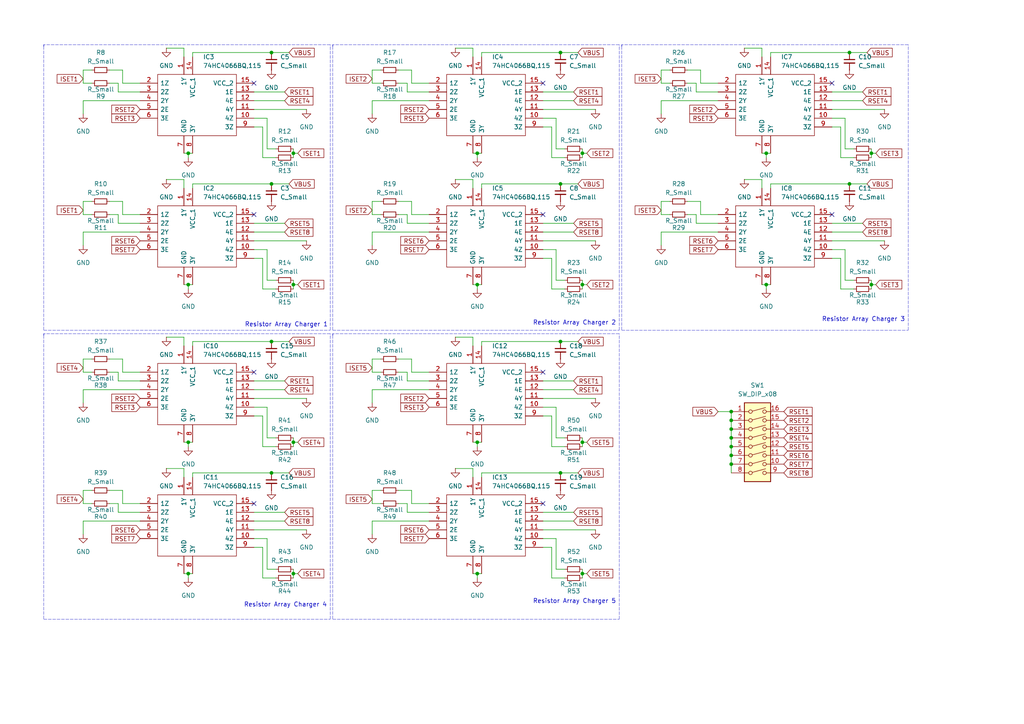
<source format=kicad_sch>
(kicad_sch (version 20231120) (generator "eeschema") (generator_version "8.0")
  (paper "A4")
  (junction (at 54.61 166.37))
  (junction (at 252.73 82.55))
  (junction (at 168.91 166.37))
  (junction (at 212.09 132.08))
  (junction (at 212.09 134.62))
  (junction (at 54.61 128.27))
  (junction (at 162.56 53.34))
  (junction (at 85.09 82.55))
  (junction (at 212.09 127))
  (junction (at 85.09 128.27))
  (junction (at 162.56 99.06))
  (junction (at 78.74 137.16))
  (junction (at 138.43 44.45))
  (junction (at 54.61 82.55))
  (junction (at 222.25 44.45))
  (junction (at 212.09 119.38))
  (junction (at 252.73 44.45))
  (junction (at 78.74 15.24))
  (junction (at 246.38 53.34))
  (junction (at 246.38 15.24))
  (junction (at 212.09 121.92))
  (junction (at 212.09 129.54))
  (junction (at 138.43 166.37))
  (junction (at 78.74 99.06))
  (junction (at 138.43 82.55))
  (junction (at 168.91 82.55))
  (junction (at 168.91 128.27))
  (junction (at 212.09 124.46))
  (junction (at 85.09 44.45))
  (junction (at 54.61 44.45))
  (junction (at 162.56 137.16))
  (junction (at 222.25 82.55))
  (junction (at 85.09 166.37))
  (junction (at 168.91 44.45))
  (junction (at 162.56 15.24))
  (junction (at 138.43 128.27))
  (junction (at 78.74 53.34))
  (no_connect (at 73.66 146.05))
  (no_connect (at 157.48 146.05))
  (no_connect (at 241.3 24.13))
  (no_connect (at 73.66 107.95))
  (no_connect (at 157.48 107.95))
  (no_connect (at 157.48 24.13))
  (no_connect (at 73.66 62.23))
  (no_connect (at 157.48 62.23))
  (no_connect (at 241.3 62.23))
  (no_connect (at 73.66 24.13))
  (wire (pts (xy 203.2 20.32) (xy 203.2 24.13)))
  (wire (pts (xy 246.38 53.34) (xy 251.46 53.34)))
  (wire (pts (xy 243.84 36.83) (xy 243.84 45.72)))
  (wire (pts (xy 73.66 158.75) (xy 76.2 158.75)))
  (wire (pts (xy 160.02 83.82) (xy 163.83 83.82)))
  (wire (pts (xy 118.11 64.77) (xy 124.46 64.77)))
  (wire (pts (xy 157.48 36.83) (xy 160.02 36.83)))
  (wire (pts (xy 107.95 142.24) (xy 107.95 146.05)))
  (wire (pts (xy 194.31 58.42) (xy 191.77 58.42)))
  (wire (pts (xy 199.39 24.13) (xy 201.93 24.13)))
  (wire (pts (xy 85.09 44.45) (xy 85.09 45.72)))
  (wire (pts (xy 191.77 29.21) (xy 191.77 33.02)))
  (polyline (pts (xy 96.52 96.774) (xy 96.52 97.282)))
  (wire (pts (xy 35.56 20.32) (xy 35.56 24.13)))
  (wire (pts (xy 124.46 113.03) (xy 107.95 113.03)))
  (wire (pts (xy 24.13 104.14) (xy 24.13 107.95)))
  (wire (pts (xy 170.18 44.45) (xy 168.91 44.45)))
  (wire (pts (xy 78.74 99.06) (xy 83.82 99.06)))
  (wire (pts (xy 223.52 15.24) (xy 223.52 16.51)))
  (wire (pts (xy 138.43 166.37) (xy 137.16 166.37)))
  (wire (pts (xy 55.88 15.24) (xy 55.88 16.51)))
  (wire (pts (xy 223.52 53.34) (xy 223.52 54.61)))
  (wire (pts (xy 208.28 67.31) (xy 191.77 67.31)))
  (wire (pts (xy 110.49 107.95) (xy 107.95 107.95)))
  (wire (pts (xy 138.43 128.27) (xy 137.16 128.27)))
  (wire (pts (xy 53.34 135.89) (xy 48.26 135.89)))
  (wire (pts (xy 168.91 166.37) (xy 168.91 167.64)))
  (wire (pts (xy 53.34 13.97) (xy 48.26 13.97)))
  (wire (pts (xy 118.11 107.95) (xy 118.11 110.49)))
  (wire (pts (xy 170.18 128.27) (xy 168.91 128.27)))
  (wire (pts (xy 160.02 36.83) (xy 160.02 45.72)))
  (wire (pts (xy 115.57 24.13) (xy 118.11 24.13)))
  (wire (pts (xy 245.11 34.29) (xy 245.11 43.18)))
  (wire (pts (xy 78.74 53.34) (xy 55.88 53.34)))
  (wire (pts (xy 220.98 54.61) (xy 220.98 52.07)))
  (wire (pts (xy 82.55 148.59) (xy 73.66 148.59)))
  (wire (pts (xy 199.39 62.23) (xy 201.93 62.23)))
  (wire (pts (xy 254 44.45) (xy 252.73 44.45)))
  (wire (pts (xy 76.2 45.72) (xy 80.01 45.72)))
  (wire (pts (xy 31.75 20.32) (xy 35.56 20.32)))
  (wire (pts (xy 24.13 20.32) (xy 24.13 24.13)))
  (wire (pts (xy 119.38 58.42) (xy 119.38 62.23)))
  (polyline (pts (xy 12.7 12.954) (xy 12.7 13.462)))
  (wire (pts (xy 161.29 81.28) (xy 163.83 81.28)))
  (wire (pts (xy 161.29 34.29) (xy 161.29 43.18)))
  (wire (pts (xy 31.75 142.24) (xy 35.56 142.24)))
  (wire (pts (xy 24.13 113.03) (xy 24.13 116.84)))
  (wire (pts (xy 82.55 151.13) (xy 73.66 151.13)))
  (wire (pts (xy 76.2 158.75) (xy 76.2 167.64)))
  (wire (pts (xy 161.29 72.39) (xy 161.29 81.28)))
  (polyline (pts (xy 179.578 179.578) (xy 179.578 96.774)) (stroke (width 0.0254) (type dash)))
  (wire (pts (xy 222.25 44.45) (xy 223.52 44.45)))
  (wire (pts (xy 76.2 167.64) (xy 80.01 167.64)))
  (wire (pts (xy 161.29 118.11) (xy 161.29 127)))
  (wire (pts (xy 73.66 115.57) (xy 88.9 115.57)))
  (wire (pts (xy 115.57 58.42) (xy 119.38 58.42)))
  (polyline (pts (xy 96.52 12.954) (xy 96.52 13.462)))
  (wire (pts (xy 82.55 110.49) (xy 73.66 110.49)))
  (wire (pts (xy 107.95 67.31) (xy 107.95 71.12)))
  (wire (pts (xy 138.43 82.55) (xy 137.16 82.55)))
  (wire (pts (xy 31.75 58.42) (xy 35.56 58.42)))
  (wire (pts (xy 26.67 142.24) (xy 24.13 142.24)))
  (wire (pts (xy 40.64 29.21) (xy 24.13 29.21)))
  (wire (pts (xy 53.34 16.51) (xy 53.34 13.97)))
  (wire (pts (xy 107.95 151.13) (xy 107.95 154.94)))
  (wire (pts (xy 110.49 146.05) (xy 107.95 146.05)))
  (wire (pts (xy 194.31 24.13) (xy 191.77 24.13)))
  (wire (pts (xy 77.47 127) (xy 80.01 127)))
  (wire (pts (xy 222.25 82.55) (xy 220.98 82.55)))
  (wire (pts (xy 137.16 13.97) (xy 132.08 13.97)))
  (wire (pts (xy 78.74 15.24) (xy 83.82 15.24)))
  (wire (pts (xy 26.67 107.95) (xy 24.13 107.95)))
  (wire (pts (xy 76.2 36.83) (xy 76.2 45.72)))
  (wire (pts (xy 115.57 104.14) (xy 119.38 104.14)))
  (wire (pts (xy 168.91 44.45) (xy 168.91 45.72)))
  (wire (pts (xy 78.74 99.06) (xy 55.88 99.06)))
  (wire (pts (xy 77.47 165.1) (xy 80.01 165.1)))
  (wire (pts (xy 166.37 110.49) (xy 157.48 110.49)))
  (wire (pts (xy 107.95 29.21) (xy 107.95 33.02)))
  (wire (pts (xy 162.56 53.34) (xy 167.64 53.34)))
  (wire (pts (xy 138.43 44.45) (xy 137.16 44.45)))
  (wire (pts (xy 118.11 24.13) (xy 118.11 26.67)))
  (wire (pts (xy 168.91 44.45) (xy 168.91 43.18)))
  (wire (pts (xy 115.57 20.32) (xy 119.38 20.32)))
  (wire (pts (xy 241.3 72.39) (xy 245.11 72.39)))
  (wire (pts (xy 35.56 62.23) (xy 40.64 62.23)))
  (polyline (pts (xy 95.758 95.758) (xy 95.758 12.954)) (stroke (width 0.0254) (type dash)))
  (wire (pts (xy 220.98 16.51) (xy 220.98 13.97)))
  (wire (pts (xy 119.38 24.13) (xy 124.46 24.13)))
  (wire (pts (xy 54.61 166.37) (xy 55.88 166.37)))
  (wire (pts (xy 34.29 62.23) (xy 34.29 64.77)))
  (wire (pts (xy 222.25 44.45) (xy 220.98 44.45)))
  (wire (pts (xy 222.25 82.55) (xy 223.52 82.55)))
  (wire (pts (xy 86.36 128.27) (xy 85.09 128.27)))
  (wire (pts (xy 110.49 62.23) (xy 107.95 62.23)))
  (wire (pts (xy 26.67 24.13) (xy 24.13 24.13)))
  (wire (pts (xy 157.48 156.21) (xy 161.29 156.21)))
  (wire (pts (xy 124.46 151.13) (xy 107.95 151.13)))
  (wire (pts (xy 73.66 120.65) (xy 76.2 120.65)))
  (wire (pts (xy 250.19 26.67) (xy 241.3 26.67)))
  (wire (pts (xy 254 82.55) (xy 252.73 82.55)))
  (polyline (pts (xy 96.52 179.578) (xy 179.578 179.578)) (stroke (width 0.0254) (type dash)))
  (wire (pts (xy 201.93 24.13) (xy 201.93 26.67)))
  (wire (pts (xy 138.43 166.37) (xy 138.43 167.64)))
  (wire (pts (xy 137.16 135.89) (xy 132.08 135.89)))
  (wire (pts (xy 86.36 82.55) (xy 85.09 82.55)))
  (wire (pts (xy 162.56 15.24) (xy 139.7 15.24)))
  (wire (pts (xy 139.7 137.16) (xy 139.7 138.43)))
  (wire (pts (xy 73.66 153.67) (xy 88.9 153.67)))
  (wire (pts (xy 54.61 166.37) (xy 54.61 167.64)))
  (wire (pts (xy 73.66 74.93) (xy 76.2 74.93)))
  (wire (pts (xy 115.57 62.23) (xy 118.11 62.23)))
  (wire (pts (xy 40.64 67.31) (xy 24.13 67.31)))
  (wire (pts (xy 86.36 166.37) (xy 85.09 166.37)))
  (wire (pts (xy 252.73 82.55) (xy 252.73 83.82)))
  (wire (pts (xy 246.38 15.24) (xy 223.52 15.24)))
  (wire (pts (xy 191.77 20.32) (xy 191.77 24.13)))
  (wire (pts (xy 162.56 137.16) (xy 167.64 137.16)))
  (wire (pts (xy 85.09 128.27) (xy 85.09 129.54)))
  (wire (pts (xy 212.09 129.54) (xy 212.09 132.08)))
  (wire (pts (xy 119.38 62.23) (xy 124.46 62.23)))
  (wire (pts (xy 24.13 67.31) (xy 24.13 71.12)))
  (wire (pts (xy 53.34 54.61) (xy 53.34 52.07)))
  (wire (pts (xy 220.98 52.07) (xy 215.9 52.07)))
  (wire (pts (xy 203.2 58.42) (xy 203.2 62.23)))
  (wire (pts (xy 157.48 69.85) (xy 172.72 69.85)))
  (wire (pts (xy 162.56 15.24) (xy 167.64 15.24)))
  (wire (pts (xy 107.95 58.42) (xy 107.95 62.23)))
  (wire (pts (xy 26.67 146.05) (xy 24.13 146.05)))
  (wire (pts (xy 241.3 74.93) (xy 243.84 74.93)))
  (wire (pts (xy 241.3 36.83) (xy 243.84 36.83)))
  (wire (pts (xy 160.02 167.64) (xy 163.83 167.64)))
  (wire (pts (xy 243.84 45.72) (xy 247.65 45.72)))
  (wire (pts (xy 86.36 44.45) (xy 85.09 44.45)))
  (polyline (pts (xy 12.7 179.578) (xy 95.758 179.578)) (stroke (width 0.0254) (type dash)))
  (wire (pts (xy 110.49 104.14) (xy 107.95 104.14)))
  (wire (pts (xy 243.84 83.82) (xy 247.65 83.82)))
  (wire (pts (xy 73.66 34.29) (xy 77.47 34.29)))
  (wire (pts (xy 162.56 99.06) (xy 167.64 99.06)))
  (wire (pts (xy 77.47 72.39) (xy 77.47 81.28)))
  (wire (pts (xy 157.48 34.29) (xy 161.29 34.29)))
  (wire (pts (xy 110.49 58.42) (xy 107.95 58.42)))
  (wire (pts (xy 24.13 142.24) (xy 24.13 146.05)))
  (wire (pts (xy 73.66 31.75) (xy 88.9 31.75)))
  (wire (pts (xy 241.3 69.85) (xy 256.54 69.85)))
  (wire (pts (xy 73.66 36.83) (xy 76.2 36.83)))
  (wire (pts (xy 82.55 29.21) (xy 73.66 29.21)))
  (wire (pts (xy 31.75 24.13) (xy 34.29 24.13)))
  (wire (pts (xy 77.47 34.29) (xy 77.47 43.18)))
  (polyline (pts (xy 179.578 12.954) (xy 96.52 12.954)) (stroke (width 0.0254) (type dash)))
  (wire (pts (xy 199.39 20.32) (xy 203.2 20.32)))
  (wire (pts (xy 252.73 82.55) (xy 252.73 81.28)))
  (wire (pts (xy 166.37 29.21) (xy 157.48 29.21)))
  (wire (pts (xy 77.47 81.28) (xy 80.01 81.28)))
  (wire (pts (xy 54.61 44.45) (xy 53.34 44.45)))
  (wire (pts (xy 161.29 127) (xy 163.83 127)))
  (wire (pts (xy 53.34 138.43) (xy 53.34 135.89)))
  (wire (pts (xy 31.75 107.95) (xy 34.29 107.95)))
  (wire (pts (xy 26.67 104.14) (xy 24.13 104.14)))
  (wire (pts (xy 85.09 128.27) (xy 85.09 127)))
  (wire (pts (xy 82.55 64.77) (xy 73.66 64.77)))
  (wire (pts (xy 212.09 124.46) (xy 212.09 127)))
  (wire (pts (xy 160.02 74.93) (xy 160.02 83.82)))
  (wire (pts (xy 208.28 119.38) (xy 212.09 119.38)))
  (wire (pts (xy 73.66 69.85) (xy 88.9 69.85)))
  (wire (pts (xy 245.11 81.28) (xy 247.65 81.28)))
  (wire (pts (xy 34.29 26.67) (xy 40.64 26.67)))
  (polyline (pts (xy 12.7 97.282) (xy 12.7 179.578)) (stroke (width 0.0254) (type dash)))
  (wire (pts (xy 107.95 20.32) (xy 107.95 24.13)))
  (wire (pts (xy 243.84 74.93) (xy 243.84 83.82)))
  (wire (pts (xy 78.74 53.34) (xy 83.82 53.34)))
  (wire (pts (xy 160.02 129.54) (xy 163.83 129.54)))
  (wire (pts (xy 191.77 58.42) (xy 191.77 62.23)))
  (wire (pts (xy 157.48 158.75) (xy 160.02 158.75)))
  (wire (pts (xy 77.47 43.18) (xy 80.01 43.18)))
  (wire (pts (xy 40.64 151.13) (xy 24.13 151.13)))
  (wire (pts (xy 137.16 16.51) (xy 137.16 13.97)))
  (wire (pts (xy 199.39 58.42) (xy 203.2 58.42)))
  (wire (pts (xy 201.93 26.67) (xy 208.28 26.67)))
  (wire (pts (xy 118.11 148.59) (xy 124.46 148.59)))
  (wire (pts (xy 78.74 137.16) (xy 83.82 137.16)))
  (wire (pts (xy 34.29 64.77) (xy 40.64 64.77)))
  (wire (pts (xy 138.43 82.55) (xy 138.43 83.82)))
  (wire (pts (xy 194.31 62.23) (xy 191.77 62.23)))
  (wire (pts (xy 35.56 24.13) (xy 40.64 24.13)))
  (wire (pts (xy 137.16 97.79) (xy 132.08 97.79)))
  (wire (pts (xy 157.48 31.75) (xy 172.72 31.75)))
  (polyline (pts (xy 180.34 13.462) (xy 180.34 95.758)) (stroke (width 0.0254) (type dash)))
  (wire (pts (xy 115.57 107.95) (xy 118.11 107.95)))
  (wire (pts (xy 137.16 138.43) (xy 137.16 135.89)))
  (wire (pts (xy 34.29 107.95) (xy 34.29 110.49)))
  (wire (pts (xy 220.98 13.97) (xy 215.9 13.97)))
  (wire (pts (xy 157.48 120.65) (xy 160.02 120.65)))
  (wire (pts (xy 34.29 148.59) (xy 40.64 148.59)))
  (wire (pts (xy 76.2 129.54) (xy 80.01 129.54)))
  (wire (pts (xy 245.11 72.39) (xy 245.11 81.28)))
  (wire (pts (xy 35.56 146.05) (xy 40.64 146.05)))
  (wire (pts (xy 26.67 58.42) (xy 24.13 58.42)))
  (wire (pts (xy 82.55 113.03) (xy 73.66 113.03)))
  (polyline (pts (xy 12.7 96.774) (xy 12.7 97.282)))
  (wire (pts (xy 85.09 166.37) (xy 85.09 165.1)))
  (wire (pts (xy 78.74 15.24) (xy 55.88 15.24)))
  (polyline (pts (xy 12.7 95.758) (xy 95.758 95.758)) (stroke (width 0.0254) (type dash)))
  (wire (pts (xy 73.66 118.11) (xy 77.47 118.11)))
  (wire (pts (xy 124.46 67.31) (xy 107.95 67.31)))
  (wire (pts (xy 138.43 128.27) (xy 138.43 129.54)))
  (wire (pts (xy 76.2 120.65) (xy 76.2 129.54)))
  (polyline (pts (xy 96.52 97.282) (xy 96.52 179.578)) (stroke (width 0.0254) (type dash)))
  (wire (pts (xy 208.28 29.21) (xy 191.77 29.21)))
  (wire (pts (xy 250.19 64.77) (xy 241.3 64.77)))
  (wire (pts (xy 24.13 58.42) (xy 24.13 62.23)))
  (wire (pts (xy 168.91 128.27) (xy 168.91 127)))
  (wire (pts (xy 54.61 82.55) (xy 54.61 83.82)))
  (wire (pts (xy 138.43 44.45) (xy 138.43 45.72)))
  (wire (pts (xy 252.73 44.45) (xy 252.73 45.72)))
  (wire (pts (xy 138.43 166.37) (xy 139.7 166.37)))
  (wire (pts (xy 119.38 142.24) (xy 119.38 146.05)))
  (wire (pts (xy 250.19 67.31) (xy 241.3 67.31)))
  (wire (pts (xy 160.02 45.72) (xy 163.83 45.72)))
  (wire (pts (xy 212.09 132.08) (xy 212.09 134.62)))
  (wire (pts (xy 139.7 99.06) (xy 139.7 100.33)))
  (wire (pts (xy 76.2 83.82) (xy 80.01 83.82)))
  (wire (pts (xy 246.38 53.34) (xy 223.52 53.34)))
  (wire (pts (xy 24.13 151.13) (xy 24.13 154.94)))
  (wire (pts (xy 118.11 62.23) (xy 118.11 64.77)))
  (wire (pts (xy 170.18 82.55) (xy 168.91 82.55)))
  (wire (pts (xy 162.56 137.16) (xy 139.7 137.16)))
  (wire (pts (xy 115.57 142.24) (xy 119.38 142.24)))
  (wire (pts (xy 34.29 110.49) (xy 40.64 110.49)))
  (wire (pts (xy 138.43 44.45) (xy 139.7 44.45)))
  (wire (pts (xy 138.43 128.27) (xy 139.7 128.27)))
  (wire (pts (xy 54.61 82.55) (xy 55.88 82.55)))
  (wire (pts (xy 35.56 104.14) (xy 35.56 107.95)))
  (wire (pts (xy 157.48 115.57) (xy 172.72 115.57)))
  (wire (pts (xy 110.49 142.24) (xy 107.95 142.24)))
  (wire (pts (xy 115.57 146.05) (xy 118.11 146.05)))
  (wire (pts (xy 212.09 127) (xy 212.09 129.54)))
  (wire (pts (xy 166.37 26.67) (xy 157.48 26.67)))
  (polyline (pts (xy 96.52 95.758) (xy 179.578 95.758)) (stroke (width 0.0254) (type dash)))
  (wire (pts (xy 168.91 128.27) (xy 168.91 129.54)))
  (wire (pts (xy 161.29 43.18) (xy 163.83 43.18)))
  (wire (pts (xy 35.56 107.95) (xy 40.64 107.95)))
  (wire (pts (xy 212.09 119.38) (xy 212.09 121.92)))
  (wire (pts (xy 161.29 156.21) (xy 161.29 165.1)))
  (wire (pts (xy 246.38 15.24) (xy 251.46 15.24)))
  (wire (pts (xy 55.88 137.16) (xy 55.88 138.43)))
  (wire (pts (xy 110.49 20.32) (xy 107.95 20.32)))
  (wire (pts (xy 54.61 128.27) (xy 55.88 128.27)))
  (wire (pts (xy 110.49 24.13) (xy 107.95 24.13)))
  (wire (pts (xy 54.61 44.45) (xy 54.61 45.72)))
  (wire (pts (xy 170.18 166.37) (xy 168.91 166.37)))
  (polyline (pts (xy 12.7 13.462) (xy 12.7 95.758)) (stroke (width 0.0254) (type dash)))
  (wire (pts (xy 82.55 67.31) (xy 73.66 67.31)))
  (wire (pts (xy 118.11 26.67) (xy 124.46 26.67)))
  (wire (pts (xy 31.75 62.23) (xy 34.29 62.23)))
  (wire (pts (xy 212.09 121.92) (xy 212.09 124.46)))
  (wire (pts (xy 35.56 58.42) (xy 35.56 62.23)))
  (wire (pts (xy 137.16 100.33) (xy 137.16 97.79)))
  (wire (pts (xy 138.43 82.55) (xy 139.7 82.55)))
  (wire (pts (xy 201.93 62.23) (xy 201.93 64.77)))
  (wire (pts (xy 157.48 118.11) (xy 161.29 118.11)))
  (wire (pts (xy 76.2 74.93) (xy 76.2 83.82)))
  (wire (pts (xy 166.37 67.31) (xy 157.48 67.31)))
  (wire (pts (xy 166.37 151.13) (xy 157.48 151.13)))
  (wire (pts (xy 168.91 82.55) (xy 168.91 83.82)))
  (wire (pts (xy 34.29 24.13) (xy 34.29 26.67)))
  (wire (pts (xy 85.09 166.37) (xy 85.09 167.64)))
  (wire (pts (xy 53.34 100.33) (xy 53.34 97.79)))
  (wire (pts (xy 212.09 134.62) (xy 212.09 137.16)))
  (wire (pts (xy 54.61 82.55) (xy 53.34 82.55)))
  (polyline (pts (xy 95.758 12.954) (xy 12.7 12.954)) (stroke (width 0.0254) (type dash)))
  (wire (pts (xy 85.09 82.55) (xy 85.09 81.28)))
  (wire (pts (xy 55.88 53.34) (xy 55.88 54.61)))
  (wire (pts (xy 166.37 148.59) (xy 157.48 148.59)))
  (wire (pts (xy 157.48 153.67) (xy 172.72 153.67)))
  (wire (pts (xy 191.77 67.31) (xy 191.77 71.12)))
  (wire (pts (xy 54.61 128.27) (xy 53.34 128.27)))
  (wire (pts (xy 24.13 29.21) (xy 24.13 33.02)))
  (wire (pts (xy 54.61 128.27) (xy 54.61 129.54)))
  (wire (pts (xy 157.48 74.93) (xy 160.02 74.93)))
  (wire (pts (xy 35.56 142.24) (xy 35.56 146.05)))
  (wire (pts (xy 107.95 104.14) (xy 107.95 107.95)))
  (wire (pts (xy 166.37 113.03) (xy 157.48 113.03)))
  (wire (pts (xy 241.3 34.29) (xy 245.11 34.29)))
  (wire (pts (xy 40.64 113.03) (xy 24.13 113.03)))
  (wire (pts (xy 78.74 137.16) (xy 55.88 137.16)))
  (wire (pts (xy 31.75 146.05) (xy 34.29 146.05)))
  (wire (pts (xy 85.09 82.55) (xy 85.09 83.82)))
  (wire (pts (xy 166.37 64.77) (xy 157.48 64.77)))
  (wire (pts (xy 203.2 24.13) (xy 208.28 24.13)))
  (wire (pts (xy 54.61 44.45) (xy 55.88 44.45)))
  (polyline (pts (xy 95.758 179.578) (xy 95.758 96.774)) (stroke (width 0.0254) (type dash)))
  (wire (pts (xy 85.09 44.45) (xy 85.09 43.18)))
  (wire (pts (xy 252.73 44.45) (xy 252.73 43.18)))
  (wire (pts (xy 124.46 29.21) (xy 107.95 29.21)))
  (wire (pts (xy 119.38 146.05) (xy 124.46 146.05)))
  (wire (pts (xy 26.67 20.32) (xy 24.13 20.32)))
  (wire (pts (xy 161.29 165.1) (xy 163.83 165.1)))
  (wire (pts (xy 139.7 15.24) (xy 139.7 16.51)))
  (polyline (pts (xy 95.758 96.774) (xy 12.7 96.774)) (stroke (width 0.0254) (type dash)))
  (wire (pts (xy 31.75 104.14) (xy 35.56 104.14)))
  (wire (pts (xy 55.88 99.06) (xy 55.88 100.33)))
  (wire (pts (xy 54.61 166.37) (xy 53.34 166.37)))
  (wire (pts (xy 53.34 97.79) (xy 48.26 97.79)))
  (wire (pts (xy 162.56 99.06) (xy 139.7 99.06)))
  (wire (pts (xy 119.38 107.95) (xy 124.46 107.95)))
  (wire (pts (xy 241.3 31.75) (xy 256.54 31.75)))
  (wire (pts (xy 162.56 53.34) (xy 139.7 53.34)))
  (wire (pts (xy 119.38 20.32) (xy 119.38 24.13)))
  (wire (pts (xy 194.31 20.32) (xy 191.77 20.32)))
  (wire (pts (xy 73.66 156.21) (xy 77.47 156.21)))
  (wire (pts (xy 119.38 104.14) (xy 119.38 107.95)))
  (wire (pts (xy 137.16 52.07) (xy 132.08 52.07)))
  (wire (pts (xy 203.2 62.23) (xy 208.28 62.23)))
  (wire (pts (xy 26.67 62.23) (xy 24.13 62.23)))
  (polyline (pts (xy 263.398 12.954) (xy 180.34 12.954)) (stroke (width 0.0254) (type dash)))
  (wire (pts (xy 137.16 54.61) (xy 137.16 52.07)))
  (wire (pts (xy 160.02 120.65) (xy 160.02 129.54)))
  (wire (pts (xy 245.11 43.18) (xy 247.65 43.18)))
  (wire (pts (xy 250.19 29.21) (xy 241.3 29.21)))
  (wire (pts (xy 168.91 82.55) (xy 168.91 81.28)))
  (wire (pts (xy 77.47 156.21) (xy 77.47 165.1)))
  (wire (pts (xy 201.93 64.77) (xy 208.28 64.77)))
  (wire (pts (xy 53.34 52.07) (xy 48.26 52.07)))
  (wire (pts (xy 107.95 113.03) (xy 107.95 116.84)))
  (wire (pts (xy 139.7 53.34) (xy 139.7 54.61)))
  (polyline (pts (xy 179.578 96.774) (xy 96.52 96.774)) (stroke (width 0.0254) (type dash)))
  (wire (pts (xy 82.55 26.67) (xy 73.66 26.67)))
  (wire (pts (xy 160.02 158.75) (xy 160.02 167.64)))
  (wire (pts (xy 118.11 110.49) (xy 124.46 110.49)))
  (polyline (pts (xy 180.34 12.954) (xy 180.34 13.462)))
  (wire (pts (xy 168.91 166.37) (xy 168.91 165.1)))
  (wire (pts (xy 222.25 44.45) (xy 222.25 45.72)))
  (wire (pts (xy 222.25 82.55) (xy 222.25 83.82)))
  (wire (pts (xy 77.47 118.11) (xy 77.47 127)))
  (wire (pts (xy 157.48 72.39) (xy 161.29 72.39)))
  (polyline (pts (xy 96.52 13.462) (xy 96.52 95.758)) (stroke (width 0.0254) (type dash)))
  (polyline (pts (xy 179.578 95.758) (xy 179.578 12.954)) (stroke (width 0.0254) (type dash)))
  (polyline (pts (xy 263.398 95.758) (xy 263.398 12.954)) (stroke (width 0.0254) (type dash)))
  (wire (pts (xy 34.29 146.05) (xy 34.29 148.59)))
  (wire (pts (xy 73.66 72.39) (xy 77.47 72.39)))
  (wire (pts (xy 118.11 146.05) (xy 118.11 148.59)))
  (polyline (pts (xy 180.34 95.758) (xy 263.398 95.758)) (stroke (width 0.0254) (type dash)))
  (text "Resistor Array Charger 1\n" (at 83.058 94.234 0) (effects (font (size 1.27 1.27))))
  (text "Resistor Array Charger 4\n\n\n\n" (at 82.804 178.562 0) (effects (font (size 1.27 1.27))))
  (text "Resistor Array Charger 2\n\n" (at 166.624 94.742 0) (effects (font (size 1.27 1.27))))
  (text "Resistor Array Charger 5\n\n\n\n\n" (at 166.624 178.562 0) (effects (font (size 1.27 1.27))))
  (text "Resistor Array Charger 3\n\n\n" (at 250.444 94.742 0) (effects (font (size 1.27 1.27))))
  (global_label "RSET1" (shape input) (at 166.37 26.67 0) (property "Intersheetrefs" "${INTERSHEET_REFS}" (effects (hide yes))))
  (global_label "ISET1" (shape input) (at 24.13 60.96 180) (property "Intersheetrefs" "${INTERSHEET_REFS}" (effects (hide yes))))
  (global_label "RSET4" (shape input) (at 166.37 29.21 0) (property "Intersheetrefs" "${INTERSHEET_REFS}" (effects (hide yes))))
  (global_label "ISET2" (shape input) (at 170.18 82.55 0) (property "Intersheetrefs" "${INTERSHEET_REFS}" (effects (hide yes))))
  (global_label "ISET5" (shape input) (at 170.18 128.27 0) (property "Intersheetrefs" "${INTERSHEET_REFS}" (effects (hide yes))))
  (global_label "VBUS" (shape input) (at 167.64 53.34 0) (property "Intersheetrefs" "${INTERSHEET_REFS}" (effects (hide yes))))
  (global_label "VBUS" (shape input) (at 83.82 137.16 0) (property "Intersheetrefs" "${INTERSHEET_REFS}" (effects (hide yes))))
  (global_label "RSET7" (shape input) (at 40.64 156.21 180) (property "Intersheetrefs" "${INTERSHEET_REFS}" (effects (hide yes))))
  (global_label "ISET4" (shape input) (at 86.36 166.37 0) (property "Intersheetrefs" "${INTERSHEET_REFS}" (effects (hide yes))))
  (global_label "RSET4" (shape input) (at 227.33 127 0) (property "Intersheetrefs" "${INTERSHEET_REFS}" (effects (hide yes))))
  (global_label "RSET3" (shape input) (at 124.46 118.11 180) (property "Intersheetrefs" "${INTERSHEET_REFS}" (effects (hide yes))))
  (global_label "RSET6" (shape input) (at 124.46 69.85 180) (property "Intersheetrefs" "${INTERSHEET_REFS}" (effects (hide yes))))
  (global_label "RSET7" (shape input) (at 124.46 156.21 180) (property "Intersheetrefs" "${INTERSHEET_REFS}" (effects (hide yes))))
  (global_label "ISET1" (shape input) (at 86.36 44.45 0) (property "Intersheetrefs" "${INTERSHEET_REFS}" (effects (hide yes))))
  (global_label "RSET1" (shape input) (at 250.19 26.67 0) (property "Intersheetrefs" "${INTERSHEET_REFS}" (effects (hide yes))))
  (global_label "ISET5" (shape input) (at 107.95 144.78 180) (property "Intersheetrefs" "${INTERSHEET_REFS}" (effects (hide yes))))
  (global_label "RSET2" (shape input) (at 124.46 31.75 180) (property "Intersheetrefs" "${INTERSHEET_REFS}" (effects (hide yes))))
  (global_label "RSET1" (shape input) (at 166.37 110.49 0) (property "Intersheetrefs" "${INTERSHEET_REFS}" (effects (hide yes))))
  (global_label "ISET2" (shape input) (at 170.18 44.45 0) (property "Intersheetrefs" "${INTERSHEET_REFS}" (effects (hide yes))))
  (global_label "RSET1" (shape input) (at 82.55 26.67 0) (property "Intersheetrefs" "${INTERSHEET_REFS}" (effects (hide yes))))
  (global_label "RSET5" (shape input) (at 227.33 129.54 0) (property "Intersheetrefs" "${INTERSHEET_REFS}" (effects (hide yes))))
  (global_label "RSET7" (shape input) (at 40.64 72.39 180) (property "Intersheetrefs" "${INTERSHEET_REFS}" (effects (hide yes))))
  (global_label "ISET3" (shape input) (at 254 82.55 0) (property "Intersheetrefs" "${INTERSHEET_REFS}" (effects (hide yes))))
  (global_label "ISET3" (shape input) (at 191.77 60.96 180) (property "Intersheetrefs" "${INTERSHEET_REFS}" (effects (hide yes))))
  (global_label "RSET2" (shape input) (at 40.64 31.75 180) (property "Intersheetrefs" "${INTERSHEET_REFS}" (effects (hide yes))))
  (global_label "RSET4" (shape input) (at 250.19 29.21 0) (property "Intersheetrefs" "${INTERSHEET_REFS}" (effects (hide yes))))
  (global_label "ISET3" (shape input) (at 254 44.45 0) (property "Intersheetrefs" "${INTERSHEET_REFS}" (effects (hide yes))))
  (global_label "ISET1" (shape input) (at 24.13 22.86 180) (property "Intersheetrefs" "${INTERSHEET_REFS}" (effects (hide yes))))
  (global_label "RSET5" (shape input) (at 82.55 64.77 0) (property "Intersheetrefs" "${INTERSHEET_REFS}" (effects (hide yes))))
  (global_label "RSET2" (shape input) (at 208.28 31.75 180) (property "Intersheetrefs" "${INTERSHEET_REFS}" (effects (hide yes))))
  (global_label "RSET5" (shape input) (at 166.37 64.77 0) (property "Intersheetrefs" "${INTERSHEET_REFS}" (effects (hide yes))))
  (global_label "RSET7" (shape input) (at 208.28 72.39 180) (property "Intersheetrefs" "${INTERSHEET_REFS}" (effects (hide yes))))
  (global_label "VBUS" (shape input) (at 83.82 99.06 0) (property "Intersheetrefs" "${INTERSHEET_REFS}" (effects (hide yes))))
  (global_label "ISET4" (shape input) (at 86.36 128.27 0) (property "Intersheetrefs" "${INTERSHEET_REFS}" (effects (hide yes))))
  (global_label "RSET2" (shape input) (at 227.33 121.92 0) (property "Intersheetrefs" "${INTERSHEET_REFS}" (effects (hide yes))))
  (global_label "RSET3" (shape input) (at 124.46 34.29 180) (property "Intersheetrefs" "${INTERSHEET_REFS}" (effects (hide yes))))
  (global_label "RSET3" (shape input) (at 208.28 34.29 180) (property "Intersheetrefs" "${INTERSHEET_REFS}" (effects (hide yes))))
  (global_label "RSET7" (shape input) (at 124.46 72.39 180) (property "Intersheetrefs" "${INTERSHEET_REFS}" (effects (hide yes))))
  (global_label "RSET8" (shape input) (at 166.37 151.13 0) (property "Intersheetrefs" "${INTERSHEET_REFS}" (effects (hide yes))))
  (global_label "ISET5" (shape input) (at 170.18 166.37 0) (property "Intersheetrefs" "${INTERSHEET_REFS}" (effects (hide yes))))
  (global_label "VBUS" (shape input) (at 83.82 53.34 0) (property "Intersheetrefs" "${INTERSHEET_REFS}" (effects (hide yes))))
  (global_label "RSET5" (shape input) (at 82.55 148.59 0) (property "Intersheetrefs" "${INTERSHEET_REFS}" (effects (hide yes))))
  (global_label "VBUS" (shape input) (at 208.28 119.38 180) (property "Intersheetrefs" "${INTERSHEET_REFS}" (effects (hide yes))))
  (global_label "ISET4" (shape input) (at 24.13 144.78 180) (property "Intersheetrefs" "${INTERSHEET_REFS}" (effects (hide yes))))
  (global_label "ISET2" (shape input) (at 107.95 60.96 180) (property "Intersheetrefs" "${INTERSHEET_REFS}" (effects (hide yes))))
  (global_label "RSET8" (shape input) (at 250.19 67.31 0) (property "Intersheetrefs" "${INTERSHEET_REFS}" (effects (hide yes))))
  (global_label "ISET4" (shape input) (at 24.13 106.68 180) (property "Intersheetrefs" "${INTERSHEET_REFS}" (effects (hide yes))))
  (global_label "VBUS" (shape input) (at 251.46 53.34 0) (property "Intersheetrefs" "${INTERSHEET_REFS}" (effects (hide yes))))
  (global_label "RSET5" (shape input) (at 250.19 64.77 0) (property "Intersheetrefs" "${INTERSHEET_REFS}" (effects (hide yes))))
  (global_label "VBUS" (shape input) (at 167.64 15.24 0) (property "Intersheetrefs" "${INTERSHEET_REFS}" (effects (hide yes))))
  (global_label "RSET6" (shape input) (at 227.33 132.08 0) (property "Intersheetrefs" "${INTERSHEET_REFS}" (effects (hide yes))))
  (global_label "RSET4" (shape input) (at 166.37 113.03 0) (property "Intersheetrefs" "${INTERSHEET_REFS}" (effects (hide yes))))
  (global_label "RSET8" (shape input) (at 227.33 137.16 0) (property "Intersheetrefs" "${INTERSHEET_REFS}" (effects (hide yes))))
  (global_label "ISET2" (shape input) (at 107.95 22.86 180) (property "Intersheetrefs" "${INTERSHEET_REFS}" (effects (hide yes))))
  (global_label "RSET1" (shape input) (at 227.33 119.38 0) (property "Intersheetrefs" "${INTERSHEET_REFS}" (effects (hide yes))))
  (global_label "ISET1" (shape input) (at 86.36 82.55 0) (property "Intersheetrefs" "${INTERSHEET_REFS}" (effects (hide yes))))
  (global_label "VBUS" (shape input) (at 83.82 15.24 0) (property "Intersheetrefs" "${INTERSHEET_REFS}" (effects (hide yes))))
  (global_label "RSET6" (shape input) (at 40.64 69.85 180) (property "Intersheetrefs" "${INTERSHEET_REFS}" (effects (hide yes))))
  (global_label "RSET8" (shape input) (at 82.55 67.31 0) (property "Intersheetrefs" "${INTERSHEET_REFS}" (effects (hide yes))))
  (global_label "RSET1" (shape input) (at 82.55 110.49 0) (property "Intersheetrefs" "${INTERSHEET_REFS}" (effects (hide yes))))
  (global_label "RSET5" (shape input) (at 166.37 148.59 0) (property "Intersheetrefs" "${INTERSHEET_REFS}" (effects (hide yes))))
  (global_label "RSET3" (shape input) (at 227.33 124.46 0) (property "Intersheetrefs" "${INTERSHEET_REFS}" (effects (hide yes))))
  (global_label "RSET6" (shape input) (at 124.46 153.67 180) (property "Intersheetrefs" "${INTERSHEET_REFS}" (effects (hide yes))))
  (global_label "RSET6" (shape input) (at 40.64 153.67 180) (property "Intersheetrefs" "${INTERSHEET_REFS}" (effects (hide yes))))
  (global_label "RSET6" (shape input) (at 208.28 69.85 180) (property "Intersheetrefs" "${INTERSHEET_REFS}" (effects (hide yes))))
  (global_label "VBUS" (shape input) (at 167.64 99.06 0) (property "Intersheetrefs" "${INTERSHEET_REFS}" (effects (hide yes))))
  (global_label "RSET2" (shape input) (at 124.46 115.57 180) (property "Intersheetrefs" "${INTERSHEET_REFS}" (effects (hide yes))))
  (global_label "RSET3" (shape input) (at 40.64 34.29 180) (property "Intersheetrefs" "${INTERSHEET_REFS}" (effects (hide yes))))
  (global_label "RSET8" (shape input) (at 166.37 67.31 0) (property "Intersheetrefs" "${INTERSHEET_REFS}" (effects (hide yes))))
  (global_label "ISET3" (shape input) (at 191.77 22.86 180) (property "Intersheetrefs" "${INTERSHEET_REFS}" (effects (hide yes))))
  (global_label "VBUS" (shape input) (at 251.46 15.24 0) (property "Intersheetrefs" "${INTERSHEET_REFS}" (effects (hide yes))))
  (global_label "RSET3" (shape input) (at 40.64 118.11 180) (property "Intersheetrefs" "${INTERSHEET_REFS}" (effects (hide yes))))
  (global_label "RSET2" (shape input) (at 40.64 115.57 180) (property "Intersheetrefs" "${INTERSHEET_REFS}" (effects (hide yes))))
  (global_label "ISET5" (shape input) (at 107.95 106.68 180) (property "Intersheetrefs" "${INTERSHEET_REFS}" (effects (hide yes))))
  (global_label "RSET4" (shape input) (at 82.55 29.21 0) (property "Intersheetrefs" "${INTERSHEET_REFS}" (effects (hide yes))))
  (global_label "VBUS" (shape input) (at 167.64 137.16 0) (property "Intersheetrefs" "${INTERSHEET_REFS}" (effects (hide yes))))
  (global_label "RSET7" (shape input) (at 227.33 134.62 0) (property "Intersheetrefs" "${INTERSHEET_REFS}" (effects (hide yes))))
  (global_label "RSET8" (shape input) (at 82.55 151.13 0) (property "Intersheetrefs" "${INTERSHEET_REFS}" (effects (hide yes))))
  (global_label "RSET4" (shape input) (at 82.55 113.03 0) (property "Intersheetrefs" "${INTERSHEET_REFS}" (effects (hide yes))))
  (symbol (lib_id "Device:R_Small") (at 166.37 167.64 270) (unit 1)
    (property "Reference" "R53" (at 166.37 171.45 90))
    (property "Value" "R_Small" (at 166.37 169.418 90))
    (property "Footprint" "Capacitor_SMD:C_0603_1608Metric" (effects (hide yes)))
    (property "Description" "Resistor, small symbol" (effects (hide yes)))
  )
  (symbol (lib_id "power:GND") (at 24.13 33.02 0) (unit 1)
    (property "Reference" "#PWR018" (effects (hide yes)))
    (property "Value" "GND" (at 24.13 38.1 0))
    (property "Description" "Power symbol creates a global label with name \"GND\" , ground" (effects (hide yes)))
  )
  (symbol (lib_id "Device:R_Small") (at 113.03 146.05 270) (unit 1)
    (property "Reference" "R49" (at 113.03 149.86 90))
    (property "Value" "R_Small" (at 113.03 147.828 90))
    (property "Footprint" "Capacitor_SMD:C_0603_1608Metric" (effects (hide yes)))
    (property "Description" "Resistor, small symbol" (effects (hide yes)))
  )
  (symbol (lib_id "Device:C_Small") (at 78.74 55.88 0) (unit 1)
    (property "Reference" "C3" (at 81.28 54.6162 0) (effects (justify left)))
    (property "Value" "C_Small" (at 81.28 57.1562 0) (effects (justify left)))
    (property "Footprint" "Capacitor_SMD:C_0603_1608Metric_Pad1.08x0.95mm_HandSolder" (effects (hide yes)))
    (property "Description" "Unpolarized capacitor, small symbol" (effects (hide yes)))
  )
  (symbol (lib_id "power:GND") (at 138.43 45.72 0) (unit 1)
    (property "Reference" "#PWR031" (effects (hide yes)))
    (property "Value" "GND" (at 138.43 50.8 0))
    (property "Description" "Power symbol creates a global label with name \"GND\" , ground" (effects (hide yes)))
  )
  (symbol (lib_id "Device:R_Small") (at 82.55 167.64 270) (unit 1)
    (property "Reference" "R44" (at 82.55 171.45 90))
    (property "Value" "R_Small" (at 82.55 169.418 90))
    (property "Footprint" "Capacitor_SMD:C_0603_1608Metric" (effects (hide yes)))
    (property "Description" "Resistor, small symbol" (effects (hide yes)))
  )
  (symbol (lib_id "power:GND") (at 222.25 83.82 0) (unit 1)
    (property "Reference" "#PWR044" (effects (hide yes)))
    (property "Value" "GND" (at 222.25 88.9 0))
    (property "Description" "Power symbol creates a global label with name \"GND\" , ground" (effects (hide yes)))
  )
  (symbol (lib_id "Device:R_Small") (at 166.37 165.1 90) (unit 1)
    (property "Reference" "R52" (at 166.37 160.02 90))
    (property "Value" "R_Small" (at 166.37 162.56 90))
    (property "Footprint" "Capacitor_SMD:C_0603_1608Metric" (effects (hide yes)))
    (property "Description" "Resistor, small symbol" (effects (hide yes)))
  )
  (symbol (lib_id "Device:R_Small") (at 82.55 129.54 270) (unit 1)
    (property "Reference" "R42" (at 82.55 133.35 90))
    (property "Value" "R_Small" (at 82.55 131.318 90))
    (property "Footprint" "Capacitor_SMD:C_0603_1608Metric" (effects (hide yes)))
    (property "Description" "Resistor, small symbol" (effects (hide yes)))
  )
  (symbol (lib_id "power:GND") (at 132.08 13.97 0) (unit 1)
    (property "Reference" "#PWR029" (effects (hide yes)))
    (property "Value" "GND" (at 132.08 19.05 0))
    (property "Description" "Power symbol creates a global label with name \"GND\" , ground" (effects (hide yes)))
  )
  (symbol (lib_id "power:GND") (at 172.72 69.85 0) (unit 1)
    (property "Reference" "#PWR036" (effects (hide yes)))
    (property "Value" "GND" (at 172.72 74.93 0))
    (property "Description" "Power symbol creates a global label with name \"GND\" , ground" (effects (hide yes)))
  )
  (symbol (lib_id "Device:R_Small") (at 82.55 45.72 270) (unit 1)
    (property "Reference" "R13" (at 82.55 49.53 90))
    (property "Value" "R_Small" (at 82.55 47.498 90))
    (property "Footprint" "Capacitor_SMD:C_0603_1608Metric" (effects (hide yes)))
    (property "Description" "Resistor, small symbol" (effects (hide yes)))
  )
  (symbol (lib_id "Device:R_Small") (at 196.85 62.23 270) (unit 1)
    (property "Reference" "R29" (at 196.85 66.04 90))
    (property "Value" "R_Small" (at 196.85 64.008 90))
    (property "Footprint" "Capacitor_SMD:C_0603_1608Metric" (effects (hide yes)))
    (property "Description" "Resistor, small symbol" (effects (hide yes)))
  )
  (symbol (lib_id "Device:R_Small") (at 113.03 107.95 270) (unit 1)
    (property "Reference" "R47" (at 113.03 111.76 90))
    (property "Value" "R_Small" (at 113.03 109.728 90))
    (property "Footprint" "Capacitor_SMD:C_0603_1608Metric" (effects (hide yes)))
    (property "Description" "Resistor, small symbol" (effects (hide yes)))
  )
  (symbol (lib_id "power:GND") (at 78.74 104.14 0) (unit 1)
    (property "Reference" "#PWR059" (effects (hide yes)))
    (property "Value" "GND" (at 78.74 109.22 0))
    (property "Description" "Power symbol creates a global label with name \"GND\" , ground" (effects (hide yes)))
  )
  (symbol (lib_id "power:GND") (at 162.56 20.32 0) (unit 1)
    (property "Reference" "#PWR033" (effects (hide yes)))
    (property "Value" "GND" (at 162.56 25.4 0))
    (property "Description" "Power symbol creates a global label with name \"GND\" , ground" (effects (hide yes)))
  )
  (symbol (lib_id "power:GND") (at 78.74 58.42 0) (unit 1)
    (property "Reference" "#PWR019" (effects (hide yes)))
    (property "Value" "GND" (at 78.74 63.5 0))
    (property "Description" "Power symbol creates a global label with name \"GND\" , ground" (effects (hide yes)))
  )
  (symbol (lib_id "Device:R_Small") (at 166.37 129.54 270) (unit 1)
    (property "Reference" "R51" (at 166.37 133.35 90))
    (property "Value" "R_Small" (at 166.37 131.318 90))
    (property "Footprint" "Capacitor_SMD:C_0603_1608Metric" (effects (hide yes)))
    (property "Description" "Resistor, small symbol" (effects (hide yes)))
  )
  (symbol (lib_id "Device:R_Small") (at 196.85 24.13 270) (unit 1)
    (property "Reference" "R27" (at 196.85 27.94 90))
    (property "Value" "R_Small" (at 196.85 25.908 90))
    (property "Footprint" "Capacitor_SMD:C_0603_1608Metric" (effects (hide yes)))
    (property "Description" "Resistor, small symbol" (effects (hide yes)))
  )
  (symbol (lib_id "power:GND") (at 132.08 97.79 0) (unit 1)
    (property "Reference" "#PWR073" (effects (hide yes)))
    (property "Value" "GND" (at 132.08 102.87 0))
    (property "Description" "Power symbol creates a global label with name \"GND\" , ground" (effects (hide yes)))
  )
  (symbol (lib_id "74HC4066BQ_115:74HC4066BQ,115") (at 55.88 100.33 270) (unit 1)
    (property "Reference" "IC10" (at 58.8965 100.33 90) (effects (justify left)))
    (property "Value" "74HC4066BQ,115" (at 58.8965 102.87 90) (effects (justify left)))
    (property "Footprint" "Footprints:74HC4066BQ115" (effects (hide yes)))
    (property "Datasheet" "https://assets.nexperia.com/documents/data-sheet/74HC_HCT4066.pdf" (effects (hide yes)))
    (property "Description_1" "4 Circuit IC Switch 1:1 95Ohm 14-DHVQFN (2.5x3)" (effects (hide yes)))
    (property "Height" "1" (effects (hide yes)))
    (property "Mouser Part Number" "771-HC4066BQ115" (effects (hide yes)))
    (property "Mouser Price/Stock" "https://www.mouser.co.uk/ProductDetail/Nexperia/74HC4066BQ115?qs=P62ublwmbi8%2FDsINSZv0TQ%3D%3D" (effects (hide yes)))
    (property "Manufacturer_Name" "Nexperia" (effects (hide yes)))
    (property "Manufacturer_Part_Number" "74HC4066BQ,115" (effects (hide yes)))
  )
  (symbol (lib_id "Device:R_Small") (at 29.21 62.23 270) (unit 1)
    (property "Reference" "R11" (at 29.21 66.04 90))
    (property "Value" "R_Small" (at 29.21 64.008 90))
    (property "Footprint" "Capacitor_SMD:C_0603_1608Metric" (effects (hide yes)))
    (property "Description" "Resistor, small symbol" (effects (hide yes)))
  )
  (symbol (lib_id "power:GND") (at 162.56 104.14 0) (unit 1)
    (property "Reference" "#PWR077" (effects (hide yes)))
    (property "Value" "GND" (at 162.56 109.22 0))
    (property "Description" "Power symbol creates a global label with name \"GND\" , ground" (effects (hide yes)))
  )
  (symbol (lib_id "74HC4066BQ_115:74HC4066BQ,115") (at 139.7 138.43 270) (unit 1)
    (property "Reference" "IC13" (at 142.7165 138.43 90) (effects (justify left)))
    (property "Value" "74HC4066BQ,115" (at 142.7165 140.97 90) (effects (justify left)))
    (property "Footprint" "Footprints:74HC4066BQ115" (effects (hide yes)))
    (property "Datasheet" "https://assets.nexperia.com/documents/data-sheet/74HC_HCT4066.pdf" (effects (hide yes)))
    (property "Description_1" "4 Circuit IC Switch 1:1 95Ohm 14-DHVQFN (2.5x3)" (effects (hide yes)))
    (property "Height" "1" (effects (hide yes)))
    (property "Mouser Part Number" "771-HC4066BQ115" (effects (hide yes)))
    (property "Mouser Price/Stock" "https://www.mouser.co.uk/ProductDetail/Nexperia/74HC4066BQ115?qs=P62ublwmbi8%2FDsINSZv0TQ%3D%3D" (effects (hide yes)))
    (property "Manufacturer_Name" "Nexperia" (effects (hide yes)))
    (property "Manufacturer_Part_Number" "74HC4066BQ,115" (effects (hide yes)))
  )
  (symbol (lib_id "Device:R_Small") (at 82.55 127 90) (unit 1)
    (property "Reference" "R41" (at 82.55 121.92 90))
    (property "Value" "R_Small" (at 82.55 124.46 90))
    (property "Footprint" "Capacitor_SMD:C_0603_1608Metric" (effects (hide yes)))
    (property "Description" "Resistor, small symbol" (effects (hide yes)))
  )
  (symbol (lib_id "power:GND") (at 172.72 153.67 0) (unit 1)
    (property "Reference" "#PWR080" (effects (hide yes)))
    (property "Value" "GND" (at 172.72 158.75 0))
    (property "Description" "Power symbol creates a global label with name \"GND\" , ground" (effects (hide yes)))
  )
  (symbol (lib_id "power:GND") (at 54.61 45.72 0) (unit 1)
    (property "Reference" "#PWR026" (effects (hide yes)))
    (property "Value" "GND" (at 54.61 50.8 0))
    (property "Description" "Power symbol creates a global label with name \"GND\" , ground" (effects (hide yes)))
  )
  (symbol (lib_id "power:GND") (at 132.08 135.89 0) (unit 1)
    (property "Reference" "#PWR074" (effects (hide yes)))
    (property "Value" "GND" (at 132.08 140.97 0))
    (property "Description" "Power symbol creates a global label with name \"GND\" , ground" (effects (hide yes)))
  )
  (symbol (lib_id "74HC4066BQ_115:74HC4066BQ,115") (at 139.7 16.51 270) (unit 1)
    (property "Reference" "IC4" (at 142.7165 16.51 90) (effects (justify left)))
    (property "Value" "74HC4066BQ,115" (at 142.7165 19.05 90) (effects (justify left)))
    (property "Footprint" "Footprints:74HC4066BQ115" (effects (hide yes)))
    (property "Datasheet" "https://assets.nexperia.com/documents/data-sheet/74HC_HCT4066.pdf" (effects (hide yes)))
    (property "Description_1" "4 Circuit IC Switch 1:1 95Ohm 14-DHVQFN (2.5x3)" (effects (hide yes)))
    (property "Height" "1" (effects (hide yes)))
    (property "Mouser Part Number" "771-HC4066BQ115" (effects (hide yes)))
    (property "Mouser Price/Stock" "https://www.mouser.co.uk/ProductDetail/Nexperia/74HC4066BQ115?qs=P62ublwmbi8%2FDsINSZv0TQ%3D%3D" (effects (hide yes)))
    (property "Manufacturer_Name" "Nexperia" (effects (hide yes)))
    (property "Manufacturer_Part_Number" "74HC4066BQ,115" (effects (hide yes)))
  )
  (symbol (lib_id "power:GND") (at 88.9 31.75 0) (unit 1)
    (property "Reference" "#PWR014" (effects (hide yes)))
    (property "Value" "GND" (at 88.9 36.83 0))
    (property "Description" "Power symbol creates a global label with name \"GND\" , ground" (effects (hide yes)))
  )
  (symbol (lib_id "power:GND") (at 54.61 83.82 0) (unit 1)
    (property "Reference" "#PWR017" (effects (hide yes)))
    (property "Value" "GND" (at 54.61 88.9 0))
    (property "Description" "Power symbol creates a global label with name \"GND\" , ground" (effects (hide yes)))
  )
  (symbol (lib_id "power:GND") (at 88.9 115.57 0) (unit 1)
    (property "Reference" "#PWR061" (effects (hide yes)))
    (property "Value" "GND" (at 88.9 120.65 0))
    (property "Description" "Power symbol creates a global label with name \"GND\" , ground" (effects (hide yes)))
  )
  (symbol (lib_id "Device:R_Small") (at 250.19 43.18 90) (unit 1)
    (property "Reference" "R30" (at 250.19 38.1 90))
    (property "Value" "R_Small" (at 250.19 40.64 90))
    (property "Footprint" "Capacitor_SMD:C_0603_1608Metric" (effects (hide yes)))
    (property "Description" "Resistor, small symbol" (effects (hide yes)))
  )
  (symbol (lib_id "Device:R_Small") (at 166.37 81.28 90) (unit 1)
    (property "Reference" "R23" (at 166.37 76.2 90))
    (property "Value" "R_Small" (at 166.37 78.74 90))
    (property "Footprint" "Capacitor_SMD:C_0603_1608Metric" (effects (hide yes)))
    (property "Description" "Resistor, small symbol" (effects (hide yes)))
  )
  (symbol (lib_id "Device:R_Small") (at 113.03 24.13 270) (unit 1)
    (property "Reference" "R18" (at 113.03 27.94 90))
    (property "Value" "R_Small" (at 113.03 25.908 90))
    (property "Footprint" "Capacitor_SMD:C_0603_1608Metric" (effects (hide yes)))
    (property "Description" "Resistor, small symbol" (effects (hide yes)))
  )
  (symbol (lib_id "Device:R_Small") (at 29.21 58.42 90) (unit 1)
    (property "Reference" "R10" (at 29.21 53.34 90))
    (property "Value" "R_Small" (at 29.21 55.88 90))
    (property "Footprint" "Capacitor_SMD:C_0603_1608Metric" (effects (hide yes)))
    (property "Description" "Resistor, small symbol" (effects (hide yes)))
  )
  (symbol (lib_id "Device:R_Small") (at 113.03 62.23 270) (unit 1)
    (property "Reference" "R20" (at 113.03 66.04 90))
    (property "Value" "R_Small" (at 113.03 64.008 90))
    (property "Footprint" "Capacitor_SMD:C_0603_1608Metric" (effects (hide yes)))
    (property "Description" "Resistor, small symbol" (effects (hide yes)))
  )
  (symbol (lib_id "74HC4066BQ_115:74HC4066BQ,115") (at 223.52 16.51 270) (unit 1)
    (property "Reference" "IC7" (at 226.5365 16.51 90) (effects (justify left)))
    (property "Value" "74HC4066BQ,115" (at 226.5365 19.05 90) (effects (justify left)))
    (property "Footprint" "Footprints:74HC4066BQ115" (effects (hide yes)))
    (property "Datasheet" "https://assets.nexperia.com/documents/data-sheet/74HC_HCT4066.pdf" (effects (hide yes)))
    (property "Description_1" "4 Circuit IC Switch 1:1 95Ohm 14-DHVQFN (2.5x3)" (effects (hide yes)))
    (property "Height" "1" (effects (hide yes)))
    (property "Mouser Part Number" "771-HC4066BQ115" (effects (hide yes)))
    (property "Mouser Price/Stock" "https://www.mouser.co.uk/ProductDetail/Nexperia/74HC4066BQ115?qs=P62ublwmbi8%2FDsINSZv0TQ%3D%3D" (effects (hide yes)))
    (property "Manufacturer_Name" "Nexperia" (effects (hide yes)))
    (property "Manufacturer_Part_Number" "74HC4066BQ,115" (effects (hide yes)))
  )
  (symbol (lib_id "power:GND") (at 24.13 154.94 0) (unit 1)
    (property "Reference" "#PWR054" (effects (hide yes)))
    (property "Value" "GND" (at 24.13 160.02 0))
    (property "Description" "Power symbol creates a global label with name \"GND\" , ground" (effects (hide yes)))
  )
  (symbol (lib_id "power:GND") (at 256.54 69.85 0) (unit 1)
    (property "Reference" "#PWR048" (effects (hide yes)))
    (property "Value" "GND" (at 256.54 74.93 0))
    (property "Description" "Power symbol creates a global label with name \"GND\" , ground" (effects (hide yes)))
  )
  (symbol (lib_id "power:GND") (at 24.13 116.84 0) (unit 1)
    (property "Reference" "#PWR053" (effects (hide yes)))
    (property "Value" "GND" (at 24.13 121.92 0))
    (property "Description" "Power symbol creates a global label with name \"GND\" , ground" (effects (hide yes)))
  )
  (symbol (lib_id "Device:C_Small") (at 162.56 101.6 0) (unit 1)
    (property "Reference" "C18" (at 165.1 100.3362 0) (effects (justify left)))
    (property "Value" "C_Small" (at 165.1 102.8762 0) (effects (justify left)))
    (property "Footprint" "Capacitor_SMD:C_0603_1608Metric_Pad1.08x0.95mm_HandSolder" (effects (hide yes)))
    (property "Description" "Unpolarized capacitor, small symbol" (effects (hide yes)))
  )
  (symbol (lib_id "power:GND") (at 138.43 83.82 0) (unit 1)
    (property "Reference" "#PWR032" (effects (hide yes)))
    (property "Value" "GND" (at 138.43 88.9 0))
    (property "Description" "Power symbol creates a global label with name \"GND\" , ground" (effects (hide yes)))
  )
  (symbol (lib_id "power:GND") (at 172.72 115.57 0) (unit 1)
    (property "Reference" "#PWR079" (effects (hide yes)))
    (property "Value" "GND" (at 172.72 120.65 0))
    (property "Description" "Power symbol creates a global label with name \"GND\" , ground" (effects (hide yes)))
  )
  (symbol (lib_id "power:GND") (at 138.43 129.54 0) (unit 1)
    (property "Reference" "#PWR075" (effects (hide yes)))
    (property "Value" "GND" (at 138.43 134.62 0))
    (property "Description" "Power symbol creates a global label with name \"GND\" , ground" (effects (hide yes)))
  )
  (symbol (lib_id "Device:R_Small") (at 29.21 107.95 270) (unit 1)
    (property "Reference" "R38" (at 29.21 111.76 90))
    (property "Value" "R_Small" (at 29.21 109.728 90))
    (property "Footprint" "Capacitor_SMD:C_0603_1608Metric" (effects (hide yes)))
    (property "Description" "Resistor, small symbol" (effects (hide yes)))
  )
  (symbol (lib_id "power:GND") (at 215.9 52.07 0) (unit 1)
    (property "Reference" "#PWR042" (effects (hide yes)))
    (property "Value" "GND" (at 215.9 57.15 0))
    (property "Description" "Power symbol creates a global label with name \"GND\" , ground" (effects (hide yes)))
  )
  (symbol (lib_id "power:GND") (at 24.13 71.12 0) (unit 1)
    (property "Reference" "#PWR015" (effects (hide yes)))
    (property "Value" "GND" (at 24.13 76.2 0))
    (property "Description" "Power symbol creates a global label with name \"GND\" , ground" (effects (hide yes)))
  )
  (symbol (lib_id "power:GND") (at 191.77 71.12 0) (unit 1)
    (property "Reference" "#PWR040" (effects (hide yes)))
    (property "Value" "GND" (at 191.77 76.2 0))
    (property "Description" "Power symbol creates a global label with name \"GND\" , ground" (effects (hide yes)))
  )
  (symbol (lib_id "power:GND") (at 107.95 154.94 0) (unit 1)
    (property "Reference" "#PWR072" (effects (hide yes)))
    (property "Value" "GND" (at 107.95 160.02 0))
    (property "Description" "Power symbol creates a global label with name \"GND\" , ground" (effects (hide yes)))
  )
  (symbol (lib_id "Device:R_Small") (at 250.19 83.82 270) (unit 1)
    (property "Reference" "R33" (at 250.19 87.63 90))
    (property "Value" "R_Small" (at 250.19 85.598 90))
    (property "Footprint" "Capacitor_SMD:C_0603_1608Metric" (effects (hide yes)))
    (property "Description" "Resistor, small symbol" (effects (hide yes)))
  )
  (symbol (lib_id "Device:R_Small") (at 82.55 81.28 90) (unit 1)
    (property "Reference" "R14" (at 82.55 76.2 90))
    (property "Value" "R_Small" (at 82.55 78.74 90))
    (property "Footprint" "Capacitor_SMD:C_0603_1608Metric" (effects (hide yes)))
    (property "Description" "Resistor, small symbol" (effects (hide yes)))
  )
  (symbol (lib_id "Device:R_Small") (at 82.55 43.18 90) (unit 1)
    (property "Reference" "R12" (at 82.55 38.1 90))
    (property "Value" "R_Small" (at 82.55 40.64 90))
    (property "Footprint" "Capacitor_SMD:C_0603_1608Metric" (effects (hide yes)))
    (property "Description" "Resistor, small symbol" (effects (hide yes)))
  )
  (symbol (lib_id "Device:R_Small") (at 29.21 146.05 270) (unit 1)
    (property "Reference" "R40" (at 29.21 149.86 90))
    (property "Value" "R_Small" (at 29.21 147.828 90))
    (property "Footprint" "Capacitor_SMD:C_0603_1608Metric" (effects (hide yes)))
    (property "Description" "Resistor, small symbol" (effects (hide yes)))
  )
  (symbol (lib_id "Device:R_Small") (at 29.21 24.13 270) (unit 1)
    (property "Reference" "R9" (at 29.21 27.94 90))
    (property "Value" "R_Small" (at 29.21 25.908 90))
    (property "Footprint" "Capacitor_SMD:C_0603_1608Metric" (effects (hide yes)))
    (property "Description" "Resistor, small symbol" (effects (hide yes)))
  )
  (symbol (lib_id "Device:R_Small") (at 166.37 43.18 90) (unit 1)
    (property "Reference" "R21" (at 166.37 38.1 90))
    (property "Value" "R_Small" (at 166.37 40.64 90))
    (property "Footprint" "Capacitor_SMD:C_0603_1608Metric" (effects (hide yes)))
    (property "Description" "Resistor, small symbol" (effects (hide yes)))
  )
  (symbol (lib_id "power:GND") (at 48.26 135.89 0) (unit 1)
    (property "Reference" "#PWR056" (effects (hide yes)))
    (property "Value" "GND" (at 48.26 140.97 0))
    (property "Description" "Power symbol creates a global label with name \"GND\" , ground" (effects (hide yes)))
  )
  (symbol (lib_id "power:GND") (at 191.77 33.02 0) (unit 1)
    (property "Reference" "#PWR039" (effects (hide yes)))
    (property "Value" "GND" (at 191.77 38.1 0))
    (property "Description" "Power symbol creates a global label with name \"GND\" , ground" (effects (hide yes)))
  )
  (symbol (lib_id "Device:R_Small") (at 29.21 142.24 90) (unit 1)
    (property "Reference" "R39" (at 29.21 137.16 90))
    (property "Value" "R_Small" (at 29.21 139.7 90))
    (property "Footprint" "Capacitor_SMD:C_0603_1608Metric" (effects (hide yes)))
    (property "Description" "Resistor, small symbol" (effects (hide yes)))
  )
  (symbol (lib_id "power:GND") (at 48.26 52.07 0) (unit 1)
    (property "Reference" "#PWR016" (effects (hide yes)))
    (property "Value" "GND" (at 48.26 57.15 0))
    (property "Description" "Power symbol creates a global label with name \"GND\" , ground" (effects (hide yes)))
  )
  (symbol (lib_id "Device:C_Small") (at 162.56 139.7 0) (unit 1)
    (property "Reference" "C19" (at 165.1 138.4362 0) (effects (justify left)))
    (property "Value" "C_Small" (at 165.1 140.9762 0) (effects (justify left)))
    (property "Footprint" "Capacitor_SMD:C_0603_1608Metric_Pad1.08x0.95mm_HandSolder" (effects (hide yes)))
    (property "Description" "Unpolarized capacitor, small symbol" (effects (hide yes)))
  )
  (symbol (lib_id "Switch:SW_DIP_x08") (at 219.71 129.54 0) (unit 1)
    (property "Reference" "SW1" (at 219.71 111.76 0))
    (property "Value" "SW_DIP_x08" (at 219.71 114.3 0))
    (property "Footprint" "Footprints:ADF08ST04" (effects (hide yes)))
    (property "Description" "8x DIP Switch, Single Pole Single Throw (SPST) switch, small symbol" (effects (hide yes)))
  )
  (symbol (lib_id "Device:R_Small") (at 166.37 127 90) (unit 1)
    (property "Reference" "R50" (at 166.37 121.92 90))
    (property "Value" "R_Small" (at 166.37 124.46 90))
    (property "Footprint" "Capacitor_SMD:C_0603_1608Metric" (effects (hide yes)))
    (property "Description" "Resistor, small symbol" (effects (hide yes)))
  )
  (symbol (lib_id "power:GND") (at 215.9 13.97 0) (unit 1)
    (property "Reference" "#PWR041" (effects (hide yes)))
    (property "Value" "GND" (at 215.9 19.05 0))
    (property "Description" "Power symbol creates a global label with name \"GND\" , ground" (effects (hide yes)))
  )
  (symbol (lib_id "Device:R_Small") (at 29.21 104.14 90) (unit 1)
    (property "Reference" "R37" (at 29.21 99.06 90))
    (property "Value" "R_Small" (at 29.21 101.6 90))
    (property "Footprint" "Capacitor_SMD:C_0603_1608Metric" (effects (hide yes)))
    (property "Description" "Resistor, small symbol" (effects (hide yes)))
  )
  (symbol (lib_id "power:GND") (at 246.38 20.32 0) (unit 1)
    (property "Reference" "#PWR045" (effects (hide yes)))
    (property "Value" "GND" (at 246.38 25.4 0))
    (property "Description" "Power symbol creates a global label with name \"GND\" , ground" (effects (hide yes)))
  )
  (symbol (lib_id "74HC4066BQ_115:74HC4066BQ,115") (at 139.7 100.33 270) (unit 1)
    (property "Reference" "IC12" (at 142.7165 100.33 90) (effects (justify left)))
    (property "Value" "74HC4066BQ,115" (at 142.7165 102.87 90) (effects (justify left)))
    (property "Footprint" "Footprints:74HC4066BQ115" (effects (hide yes)))
    (property "Datasheet" "https://assets.nexperia.com/documents/data-sheet/74HC_HCT4066.pdf" (effects (hide yes)))
    (property "Description_1" "4 Circuit IC Switch 1:1 95Ohm 14-DHVQFN (2.5x3)" (effects (hide yes)))
    (property "Height" "1" (effects (hide yes)))
    (property "Mouser Part Number" "771-HC4066BQ115" (effects (hide yes)))
    (property "Mouser Price/Stock" "https://www.mouser.co.uk/ProductDetail/Nexperia/74HC4066BQ115?qs=P62ublwmbi8%2FDsINSZv0TQ%3D%3D" (effects (hide yes)))
    (property "Manufacturer_Name" "Nexperia" (effects (hide yes)))
    (property "Manufacturer_Part_Number" "74HC4066BQ,115" (effects (hide yes)))
  )
  (symbol (lib_id "power:GND") (at 88.9 69.85 0) (unit 1)
    (property "Reference" "#PWR020" (effects (hide yes)))
    (property "Value" "GND" (at 88.9 74.93 0))
    (property "Description" "Power symbol creates a global label with name \"GND\" , ground" (effects (hide yes)))
  )
  (symbol (lib_id "power:GND") (at 246.38 58.42 0) (unit 1)
    (property "Reference" "#PWR046" (effects (hide yes)))
    (property "Value" "GND" (at 246.38 63.5 0))
    (property "Description" "Power symbol creates a global label with name \"GND\" , ground" (effects (hide yes)))
  )
  (symbol (lib_id "power:GND") (at 107.95 71.12 0) (unit 1)
    (property "Reference" "#PWR028" (effects (hide yes)))
    (property "Value" "GND" (at 107.95 76.2 0))
    (property "Description" "Power symbol creates a global label with name \"GND\" , ground" (effects (hide yes)))
  )
  (symbol (lib_id "Device:R_Small") (at 250.19 81.28 90) (unit 1)
    (property "Reference" "R32" (at 250.19 76.2 90))
    (property "Value" "R_Small" (at 250.19 78.74 90))
    (property "Footprint" "Capacitor_SMD:C_0603_1608Metric" (effects (hide yes)))
    (property "Description" "Resistor, small symbol" (effects (hide yes)))
  )
  (symbol (lib_id "Device:R_Small") (at 113.03 20.32 90) (unit 1)
    (property "Reference" "R17" (at 113.03 15.24 90))
    (property "Value" "R_Small" (at 113.03 17.78 90))
    (property "Footprint" "Capacitor_SMD:C_0603_1608Metric" (effects (hide yes)))
    (property "Description" "Resistor, small symbol" (effects (hide yes)))
  )
  (symbol (lib_id "74HC4066BQ_115:74HC4066BQ,115") (at 223.52 54.61 270) (unit 1)
    (property "Reference" "IC8" (at 226.5365 54.61 90) (effects (justify left)))
    (property "Value" "74HC4066BQ,115" (at 226.5365 57.15 90) (effects (justify left)))
    (property "Footprint" "Footprints:74HC4066BQ115" (effects (hide yes)))
    (property "Datasheet" "https://assets.nexperia.com/documents/data-sheet/74HC_HCT4066.pdf" (effects (hide yes)))
    (property "Description_1" "4 Circuit IC Switch 1:1 95Ohm 14-DHVQFN (2.5x3)" (effects (hide yes)))
    (property "Height" "1" (effects (hide yes)))
    (property "Mouser Part Number" "771-HC4066BQ115" (effects (hide yes)))
    (property "Mouser Price/Stock" "https://www.mouser.co.uk/ProductDetail/Nexperia/74HC4066BQ115?qs=P62ublwmbi8%2FDsINSZv0TQ%3D%3D" (effects (hide yes)))
    (property "Manufacturer_Name" "Nexperia" (effects (hide yes)))
    (property "Manufacturer_Part_Number" "74HC4066BQ,115" (effects (hide yes)))
  )
  (symbol (lib_id "Device:C_Small") (at 78.74 139.7 0) (unit 1)
    (property "Reference" "C16" (at 81.28 138.4362 0) (effects (justify left)))
    (property "Value" "C_Small" (at 81.28 140.9762 0) (effects (justify left)))
    (property "Footprint" "Capacitor_SMD:C_0603_1608Metric_Pad1.08x0.95mm_HandSolder" (effects (hide yes)))
    (property "Description" "Unpolarized capacitor, small symbol" (effects (hide yes)))
  )
  (symbol (lib_id "Device:R_Small") (at 166.37 83.82 270) (unit 1)
    (property "Reference" "R24" (at 166.37 87.63 90))
    (property "Value" "R_Small" (at 166.37 85.598 90))
    (property "Footprint" "Capacitor_SMD:C_0603_1608Metric" (effects (hide yes)))
    (property "Description" "Resistor, small symbol" (effects (hide yes)))
  )
  (symbol (lib_id "Device:R_Small") (at 196.85 20.32 90) (unit 1)
    (property "Reference" "R26" (at 196.85 15.24 90))
    (property "Value" "R_Small" (at 196.85 17.78 90))
    (property "Footprint" "Capacitor_SMD:C_0603_1608Metric" (effects (hide yes)))
    (property "Description" "Resistor, small symbol" (effects (hide yes)))
  )
  (symbol (lib_id "Device:R_Small") (at 113.03 58.42 90) (unit 1)
    (property "Reference" "R19" (at 113.03 53.34 90))
    (property "Value" "R_Small" (at 113.03 55.88 90))
    (property "Footprint" "Capacitor_SMD:C_0603_1608Metric" (effects (hide yes)))
    (property "Description" "Resistor, small symbol" (effects (hide yes)))
  )
  (symbol (lib_id "power:GND") (at 162.56 142.24 0) (unit 1)
    (property "Reference" "#PWR078" (effects (hide yes)))
    (property "Value" "GND" (at 162.56 147.32 0))
    (property "Description" "Power symbol creates a global label with name \"GND\" , ground" (effects (hide yes)))
  )
  (symbol (lib_id "Device:R_Small") (at 250.19 45.72 270) (unit 1)
    (property "Reference" "R31" (at 250.19 49.53 90))
    (property "Value" "R_Small" (at 250.19 47.498 90))
    (property "Footprint" "Capacitor_SMD:C_0603_1608Metric" (effects (hide yes)))
    (property "Description" "Resistor, small symbol" (effects (hide yes)))
  )
  (symbol (lib_id "Device:R_Small") (at 82.55 165.1 90) (unit 1)
    (property "Reference" "R43" (at 82.55 160.02 90))
    (property "Value" "R_Small" (at 82.55 162.56 90))
    (property "Footprint" "Capacitor_SMD:C_0603_1608Metric" (effects (hide yes)))
    (property "Description" "Resistor, small symbol" (effects (hide yes)))
  )
  (symbol (lib_id "power:GND") (at 54.61 129.54 0) (unit 1)
    (property "Reference" "#PWR057" (effects (hide yes)))
    (property "Value" "GND" (at 54.61 134.62 0))
    (property "Description" "Power symbol creates a global label with name \"GND\" , ground" (effects (hide yes)))
  )
  (symbol (lib_id "power:GND") (at 107.95 33.02 0) (unit 1)
    (property "Reference" "#PWR027" (effects (hide yes)))
    (property "Value" "GND" (at 107.95 38.1 0))
    (property "Description" "Power symbol creates a global label with name \"GND\" , ground" (effects (hide yes)))
  )
  (symbol (lib_id "Device:R_Small") (at 113.03 104.14 90) (unit 1)
    (property "Reference" "R46" (at 113.03 99.06 90))
    (property "Value" "R_Small" (at 113.03 101.6 90))
    (property "Footprint" "Capacitor_SMD:C_0603_1608Metric" (effects (hide yes)))
    (property "Description" "Resistor, small symbol" (effects (hide yes)))
  )
  (symbol (lib_id "power:GND") (at 132.08 52.07 0) (unit 1)
    (property "Reference" "#PWR030" (effects (hide yes)))
    (property "Value" "GND" (at 132.08 57.15 0))
    (property "Description" "Power symbol creates a global label with name \"GND\" , ground" (effects (hide yes)))
  )
  (symbol (lib_id "power:GND") (at 48.26 13.97 0) (unit 1)
    (property "Reference" "#PWR025" (effects (hide yes)))
    (property "Value" "GND" (at 48.26 19.05 0))
    (property "Description" "Power symbol creates a global label with name \"GND\" , ground" (effects (hide yes)))
  )
  (symbol (lib_id "Device:R_Small") (at 166.37 45.72 270) (unit 1)
    (property "Reference" "R22" (at 166.37 49.53 90))
    (property "Value" "R_Small" (at 166.37 47.498 90))
    (property "Footprint" "Capacitor_SMD:C_0603_1608Metric" (effects (hide yes)))
    (property "Description" "Resistor, small symbol" (effects (hide yes)))
  )
  (symbol (lib_id "power:GND") (at 256.54 31.75 0) (unit 1)
    (property "Reference" "#PWR047" (effects (hide yes)))
    (property "Value" "GND" (at 256.54 36.83 0))
    (property "Description" "Power symbol creates a global label with name \"GND\" , ground" (effects (hide yes)))
  )
  (symbol (lib_id "74HC4066BQ_115:74HC4066BQ,115") (at 139.7 54.61 270) (unit 1)
    (property "Reference" "IC5" (at 142.7165 54.61 90) (effects (justify left)))
    (property "Value" "74HC4066BQ,115" (at 142.7165 57.15 90) (effects (justify left)))
    (property "Footprint" "Footprints:74HC4066BQ115" (effects (hide yes)))
    (property "Datasheet" "https://assets.nexperia.com/documents/data-sheet/74HC_HCT4066.pdf" (effects (hide yes)))
    (property "Description_1" "4 Circuit IC Switch 1:1 95Ohm 14-DHVQFN (2.5x3)" (effects (hide yes)))
    (property "Height" "1" (effects (hide yes)))
    (property "Mouser Part Number" "771-HC4066BQ115" (effects (hide yes)))
    (property "Mouser Price/Stock" "https://www.mouser.co.uk/ProductDetail/Nexperia/74HC4066BQ115?qs=P62ublwmbi8%2FDsINSZv0TQ%3D%3D" (effects (hide yes)))
    (property "Manufacturer_Name" "Nexperia" (effects (hide yes)))
    (property "Manufacturer_Part_Number" "74HC4066BQ,115" (effects (hide yes)))
  )
  (symbol (lib_id "Device:R_Small") (at 113.03 142.24 90) (unit 1)
    (property "Reference" "R48" (at 113.03 137.16 90))
    (property "Value" "R_Small" (at 113.03 139.7 90))
    (property "Footprint" "Capacitor_SMD:C_0603_1608Metric" (effects (hide yes)))
    (property "Description" "Resistor, small symbol" (effects (hide yes)))
  )
  (symbol (lib_id "power:GND") (at 222.25 45.72 0) (unit 1)
    (property "Reference" "#PWR043" (effects (hide yes)))
    (property "Value" "GND" (at 222.25 50.8 0))
    (property "Description" "Power symbol creates a global label with name \"GND\" , ground" (effects (hide yes)))
  )
  (symbol (lib_id "power:GND") (at 78.74 142.24 0) (unit 1)
    (property "Reference" "#PWR060" (effects (hide yes)))
    (property "Value" "GND" (at 78.74 147.32 0))
    (property "Description" "Power symbol creates a global label with name \"GND\" , ground" (effects (hide yes)))
  )
  (symbol (lib_id "74HC4066BQ_115:74HC4066BQ,115") (at 55.88 54.61 270) (unit 1)
    (property "Reference" "IC2" (at 58.8965 54.61 90) (effects (justify left)))
    (property "Value" "74HC4066BQ,115" (at 58.8965 57.15 90) (effects (justify left)))
    (property "Footprint" "Footprints:74HC4066BQ115" (effects (hide yes)))
    (property "Datasheet" "https://assets.nexperia.com/documents/data-sheet/74HC_HCT4066.pdf" (effects (hide yes)))
    (property "Description_1" "4 Circuit IC Switch 1:1 95Ohm 14-DHVQFN (2.5x3)" (effects (hide yes)))
    (property "Height" "1" (effects (hide yes)))
    (property "Mouser Part Number" "771-HC4066BQ115" (effects (hide yes)))
    (property "Mouser Price/Stock" "https://www.mouser.co.uk/ProductDetail/Nexperia/74HC4066BQ115?qs=P62ublwmbi8%2FDsINSZv0TQ%3D%3D" (effects (hide yes)))
    (property "Manufacturer_Name" "Nexperia" (effects (hide yes)))
    (property "Manufacturer_Part_Number" "74HC4066BQ,115" (effects (hide yes)))
  )
  (symbol (lib_id "74HC4066BQ_115:74HC4066BQ,115") (at 55.88 138.43 270) (unit 1)
    (property "Reference" "IC11" (at 58.8965 138.43 90) (effects (justify left)))
    (property "Value" "74HC4066BQ,115" (at 58.8965 140.97 90) (effects (justify left)))
    (property "Footprint" "Footprints:74HC4066BQ115" (effects (hide yes)))
    (property "Datasheet" "https://assets.nexperia.com/documents/data-sheet/74HC_HCT4066.pdf" (effects (hide yes)))
    (property "Description_1" "4 Circuit IC Switch 1:1 95Ohm 14-DHVQFN (2.5x3)" (effects (hide yes)))
    (property "Height" "1" (effects (hide yes)))
    (property "Mouser Part Number" "771-HC4066BQ115" (effects (hide yes)))
    (property "Mouser Price/Stock" "https://www.mouser.co.uk/ProductDetail/Nexperia/74HC4066BQ115?qs=P62ublwmbi8%2FDsINSZv0TQ%3D%3D" (effects (hide yes)))
    (property "Manufacturer_Name" "Nexperia" (effects (hide yes)))
    (property "Manufacturer_Part_Number" "74HC4066BQ,115" (effects (hide yes)))
  )
  (symbol (lib_id "power:GND") (at 138.43 167.64 0) (unit 1)
    (property "Reference" "#PWR076" (effects (hide yes)))
    (property "Value" "GND" (at 138.43 172.72 0))
    (property "Description" "Power symbol creates a global label with name \"GND\" , ground" (effects (hide yes)))
  )
  (symbol (lib_id "power:GND") (at 162.56 58.42 0) (unit 1)
    (property "Reference" "#PWR034" (effects (hide yes)))
    (property "Value" "GND" (at 162.56 63.5 0))
    (property "Description" "Power symbol creates a global label with name \"GND\" , ground" (effects (hide yes)))
  )
  (symbol (lib_id "power:GND") (at 78.74 20.32 0) (unit 1)
    (property "Reference" "#PWR024" (effects (hide yes)))
    (property "Value" "GND" (at 78.74 25.4 0))
    (property "Description" "Power symbol creates a global label with name \"GND\" , ground" (effects (hide yes)))
  )
  (symbol (lib_id "Device:C_Small") (at 78.74 17.78 0) (unit 1)
    (property "Reference" "C5" (at 81.28 16.5162 0) (effects (justify left)))
    (property "Value" "C_Small" (at 81.28 19.0562 0) (effects (justify left)))
    (property "Footprint" "Capacitor_SMD:C_0603_1608Metric_Pad1.08x0.95mm_HandSolder" (effects (hide yes)))
    (property "Description" "Unpolarized capacitor, small symbol" (effects (hide yes)))
  )
  (symbol (lib_id "Device:C_Small") (at 246.38 17.78 0) (unit 1)
    (property "Reference" "C10" (at 248.92 16.5162 0) (effects (justify left)))
    (property "Value" "C_Small" (at 248.92 19.0562 0) (effects (justify left)))
    (property "Footprint" "Capacitor_SMD:C_0603_1608Metric_Pad1.08x0.95mm_HandSolder" (effects (hide yes)))
    (property "Description" "Unpolarized capacitor, small symbol" (effects (hide yes)))
  )
  (symbol (lib_id "Device:C_Small") (at 162.56 17.78 0) (unit 1)
    (property "Reference" "C7" (at 165.1 16.5162 0) (effects (justify left)))
    (property "Value" "C_Small" (at 165.1 19.0562 0) (effects (justify left)))
    (property "Footprint" "Capacitor_SMD:C_0603_1608Metric_Pad1.08x0.95mm_HandSolder" (effects (hide yes)))
    (property "Description" "Unpolarized capacitor, small symbol" (effects (hide yes)))
  )
  (symbol (lib_id "power:GND") (at 172.72 31.75 0) (unit 1)
    (property "Reference" "#PWR035" (effects (hide yes)))
    (property "Value" "GND" (at 172.72 36.83 0))
    (property "Description" "Power symbol creates a global label with name \"GND\" , ground" (effects (hide yes)))
  )
  (symbol (lib_id "Device:R_Small") (at 29.21 20.32 90) (unit 1)
    (property "Reference" "R8" (at 29.21 15.24 90))
    (property "Value" "R_Small" (at 29.21 17.78 90))
    (property "Footprint" "Capacitor_SMD:C_0603_1608Metric" (effects (hide yes)))
    (property "Description" "Resistor, small symbol" (effects (hide yes)))
  )
  (symbol (lib_id "power:GND") (at 88.9 153.67 0) (unit 1)
    (property "Reference" "#PWR062" (effects (hide yes)))
    (property "Value" "GND" (at 88.9 158.75 0))
    (property "Description" "Power symbol creates a global label with name \"GND\" , ground" (effects (hide yes)))
  )
  (symbol (lib_id "Device:R_Small") (at 196.85 58.42 90) (unit 1)
    (property "Reference" "R28" (at 196.85 53.34 90))
    (property "Value" "R_Small" (at 196.85 55.88 90))
    (property "Footprint" "Capacitor_SMD:C_0603_1608Metric" (effects (hide yes)))
    (property "Description" "Resistor, small symbol" (effects (hide yes)))
  )
  (symbol (lib_id "Device:R_Small") (at 82.55 83.82 270) (unit 1)
    (property "Reference" "R15" (at 82.55 87.63 90))
    (property "Value" "R_Small" (at 82.55 85.598 90))
    (property "Footprint" "Capacitor_SMD:C_0603_1608Metric" (effects (hide yes)))
    (property "Description" "Resistor, small symbol" (effects (hide yes)))
  )
  (symbol (lib_id "Device:C_Small") (at 162.56 55.88 0) (unit 1)
    (property "Reference" "C8" (at 165.1 54.6162 0) (effects (justify left)))
    (property "Value" "C_Small" (at 165.1 57.1562 0) (effects (justify left)))
    (property "Footprint" "Capacitor_SMD:C_0603_1608Metric_Pad1.08x0.95mm_HandSolder" (effects (hide yes)))
    (property "Description" "Unpolarized capacitor, small symbol" (effects (hide yes)))
  )
  (symbol (lib_id "Device:C_Small") (at 78.74 101.6 0) (unit 1)
    (property "Reference" "C15" (at 81.28 100.3362 0) (effects (justify left)))
    (property "Value" "C_Small" (at 81.28 102.8762 0) (effects (justify left)))
    (property "Footprint" "Capacitor_SMD:C_0603_1608Metric_Pad1.08x0.95mm_HandSolder" (effects (hide yes)))
    (property "Description" "Unpolarized capacitor, small symbol" (effects (hide yes)))
  )
  (symbol (lib_id "Device:C_Small") (at 246.38 55.88 0) (unit 1)
    (property "Reference" "C11" (at 248.92 54.6162 0) (effects (justify left)))
    (property "Value" "C_Small" (at 248.92 57.1562 0) (effects (justify left)))
    (property "Footprint" "Capacitor_SMD:C_0603_1608Metric_Pad1.08x0.95mm_HandSolder" (effects (hide yes)))
    (property "Description" "Unpolarized capacitor, small symbol" (effects (hide yes)))
  )
  (symbol (lib_id "74HC4066BQ_115:74HC4066BQ,115") (at 55.88 16.51 270) (unit 1)
    (property "Reference" "IC3" (at 58.8965 16.51 90) (effects (justify left)))
    (property "Value" "74HC4066BQ,115" (at 58.8965 19.05 90) (effects (justify left)))
    (property "Footprint" "Footprints:74HC4066BQ115" (effects (hide yes)))
    (property "Datasheet" "https://assets.nexperia.com/documents/data-sheet/74HC_HCT4066.pdf" (effects (hide yes)))
    (property "Description_1" "4 Circuit IC Switch 1:1 95Ohm 14-DHVQFN (2.5x3)" (effects (hide yes)))
    (property "Height" "1" (effects (hide yes)))
    (property "Mouser Part Number" "771-HC4066BQ115" (effects (hide yes)))
    (property "Mouser Price/Stock" "https://www.mouser.co.uk/ProductDetail/Nexperia/74HC4066BQ115?qs=P62ublwmbi8%2FDsINSZv0TQ%3D%3D" (effects (hide yes)))
    (property "Manufacturer_Name" "Nexperia" (effects (hide yes)))
    (property "Manufacturer_Part_Number" "74HC4066BQ,115" (effects (hide yes)))
  )
  (symbol (lib_id "power:GND") (at 54.61 167.64 0) (unit 1)
    (property "Reference" "#PWR058" (effects (hide yes)))
    (property "Value" "GND" (at 54.61 172.72 0))
    (property "Description" "Power symbol creates a global label with name \"GND\" , ground" (effects (hide yes)))
  )
  (symbol (lib_id "power:GND") (at 107.95 116.84 0) (unit 1)
    (property "Reference" "#PWR071" (effects (hide yes)))
    (property "Value" "GND" (at 107.95 121.92 0))
    (property "Description" "Power symbol creates a global label with name \"GND\" , ground" (effects (hide yes)))
  )
  (symbol (lib_id "power:GND") (at 48.26 97.79 0) (unit 1)
    (property "Reference" "#PWR055" (effects (hide yes)))
    (property "Value" "GND" (at 48.26 102.87 0))
    (property "Description" "Power symbol creates a global label with name \"GND\" , ground" (effects (hide yes)))
  )
)
</source>
